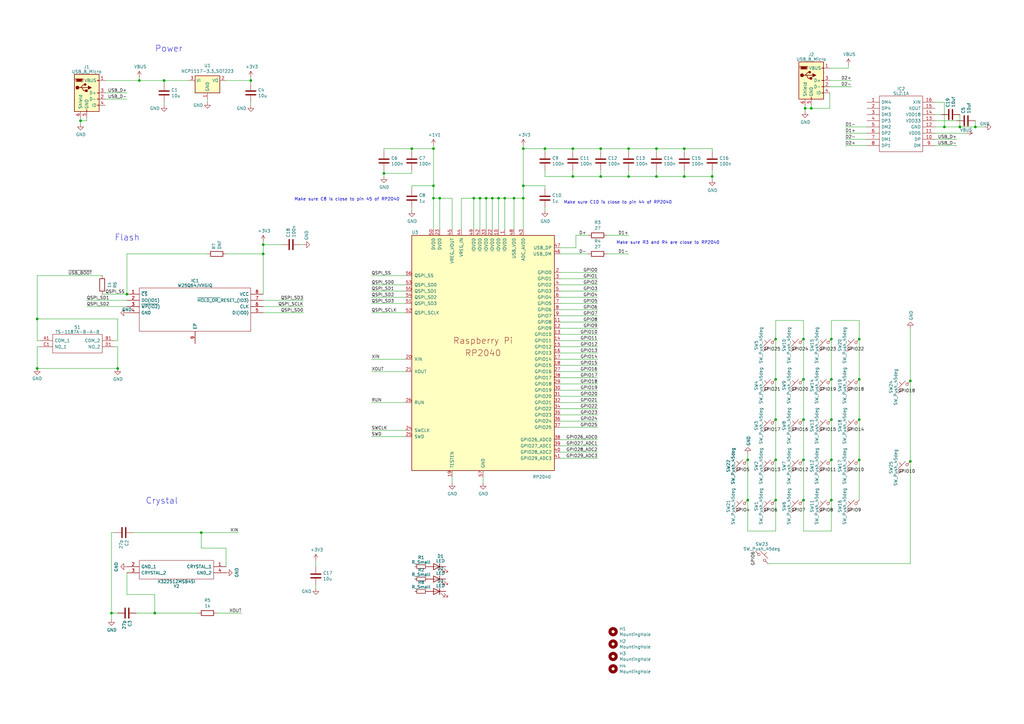
<source format=kicad_sch>
(kicad_sch (version 20230121) (generator eeschema)
  (paper "A3")
  (title_block (title "RP2040 Minimal Design Example") (date "2020-12-18") (rev "REV1") (company "Raspberry Pi (Trading) Ltd"))
  (lib_symbols
    (symbol "Connector:USB_B_Micro" (pin_names (offset 1.016))
      (property "Reference" "J" (at -5.08 11.43 0))
      (property "Value" "USB_B_Micro" (at -5.08 8.89 0))
      (symbol "USB_B_Micro_1_1"
        (pin power_out line (at 7.62 5.08 180) (length 2.54) (name "VBUS") (number "1"))
        (pin bidirectional line (at 7.62 -2.54 180) (length 2.54) (name "D-") (number "2"))
        (pin bidirectional line (at 7.62 0 180) (length 2.54) (name "D+") (number "3"))
        (pin passive line (at 7.62 -5.08 180) (length 2.54) (name "ID") (number "4"))
        (pin power_out line (at 0 -10.16 90) (length 2.54) (name "GND") (number "5"))
        (pin passive line (at -2.54 -10.16 90) (length 2.54) (name "Shield") (number "6"))
      )
    )
    (symbol "Device:C" (pin_numbers hide) (pin_names (offset 0.254))
      (property "Reference" "C" (at 0.635 2.54 0))
      (property "Value" "C" (at 0.635 -2.54 0))
      (symbol "C_1_1"
        (pin passive line (at 0 3.81 270) (length 2.794) (name "~") (number "1"))
        (pin passive line (at 0 -3.81 90) (length 2.794) (name "~") (number "2"))
      )
    )
    (symbol "Device:LED" (pin_numbers hide) (pin_names (offset 1.016) hide)
      (property "Reference" "D" (at 0 2.54 0))
      (property "Value" "LED" (at 0 -2.54 0))
      (symbol "LED_1_1"
        (pin passive line (at -3.81 0 0) (length 2.54) (name "K") (number "1"))
        (pin passive line (at 3.81 0 180) (length 2.54) (name "A") (number "2"))
      )
    )
    (symbol "Device:R" (pin_numbers hide) (pin_names (offset 0))
      (property "Reference" "R" (at 2.032 0 90))
      (property "Value" "R" (at 0 0 90))
      (symbol "R_1_1"
        (pin passive line (at 0 3.81 270) (length 1.27) (name "~") (number "1"))
        (pin passive line (at 0 -3.81 90) (length 1.27) (name "~") (number "2"))
      )
    )
    (symbol "Device:R_Small" (pin_numbers hide) (pin_names (offset 0.254) hide)
      (property "Reference" "R" (at 0.762 0.508 0))
      (property "Value" "R_Small" (at 0.762 -1.016 0))
      (symbol "R_Small_1_1"
        (pin passive line (at 0 2.54 270) (length 0.762) (name "~") (number "1"))
        (pin passive line (at 0 -2.54 90) (length 0.762) (name "~") (number "2"))
      )
    )
    (symbol "MCU_RaspberryPi_RP2040:RP2040" (pin_names (offset 1.016))
      (property "Reference" "U" (at -29.21 49.53 0))
      (property "Value" "RP2040" (at 24.13 -49.53 0))
      (symbol "RP2040_0_0"
        (text "Raspberry Pi" (at 0 5.08 0) (effects (font (size 2.54 2.54))))
        (text "RP2040" (at 0 0 0) (effects (font (size 2.54 2.54))))
      )
      (symbol "RP2040_1_1"
        (pin power_in line (at 8.89 50.8 270) (length 2.54) (name "IOVDD") (number "1"))
        (pin power_in line (at 6.35 50.8 270) (length 2.54) (name "IOVDD") (number "10"))
        (pin bidirectional line (at 31.75 12.7 180) (length 2.54) (name "GPIO8") (number "11"))
        (pin bidirectional line (at 31.75 10.16 180) (length 2.54) (name "GPIO9") (number "12"))
        (pin bidirectional line (at 31.75 7.62 180) (length 2.54) (name "GPIO10") (number "13"))
        (pin bidirectional line (at 31.75 5.08 180) (length 2.54) (name "GPIO11") (number "14"))
        (pin bidirectional line (at 31.75 2.54 180) (length 2.54) (name "GPIO12") (number "15"))
        (pin bidirectional line (at 31.75 0 180) (length 2.54) (name "GPIO13") (number "16"))
        (pin bidirectional line (at 31.75 -2.54 180) (length 2.54) (name "GPIO14") (number "17"))
        (pin bidirectional line (at 31.75 -5.08 180) (length 2.54) (name "GPIO15") (number "18"))
        (pin passive line (at -12.7 -50.8 90) (length 2.54) (name "TESTEN") (number "19"))
        (pin bidirectional line (at 31.75 33.02 180) (length 2.54) (name "GPIO0") (number "2"))
        (pin input line (at -31.75 -2.54 0) (length 2.54) (name "XIN") (number "20"))
        (pin passive line (at -31.75 -7.62 0) (length 2.54) (name "XOUT") (number "21"))
        (pin power_in line (at 3.81 50.8 270) (length 2.54) (name "IOVDD") (number "22"))
        (pin power_in line (at -17.78 50.8 270) (length 2.54) (name "DVDD") (number "23"))
        (pin output line (at -31.75 -31.75 0) (length 2.54) (name "SWCLK") (number "24"))
        (pin bidirectional line (at -31.75 -34.29 0) (length 2.54) (name "SWD") (number "25"))
        (pin input line (at -31.75 -20.32 0) (length 2.54) (name "RUN") (number "26"))
        (pin bidirectional line (at 31.75 -7.62 180) (length 2.54) (name "GPIO16") (number "27"))
        (pin bidirectional line (at 31.75 -10.16 180) (length 2.54) (name "GPIO17") (number "28"))
        (pin bidirectional line (at 31.75 -12.7 180) (length 2.54) (name "GPIO18") (number "29"))
        (pin bidirectional line (at 31.75 30.48 180) (length 2.54) (name "GPIO1") (number "3"))
        (pin bidirectional line (at 31.75 -15.24 180) (length 2.54) (name "GPIO19") (number "30"))
        (pin bidirectional line (at 31.75 -17.78 180) (length 2.54) (name "GPIO20") (number "31"))
        (pin bidirectional line (at 31.75 -20.32 180) (length 2.54) (name "GPIO21") (number "32"))
        (pin power_in line (at 1.27 50.8 270) (length 2.54) (name "IOVDD") (number "33"))
        (pin bidirectional line (at 31.75 -22.86 180) (length 2.54) (name "GPIO22") (number "34"))
        (pin bidirectional line (at 31.75 -25.4 180) (length 2.54) (name "GPIO23") (number "35"))
        (pin bidirectional line (at 31.75 -27.94 180) (length 2.54) (name "GPIO24") (number "36"))
        (pin bidirectional line (at 31.75 -30.48 180) (length 2.54) (name "GPIO25") (number "37"))
        (pin bidirectional line (at 31.75 -35.56 180) (length 2.54) (name "GPIO26_ADC0") (number "38"))
        (pin bidirectional line (at 31.75 -38.1 180) (length 2.54) (name "GPIO27_ADC1") (number "39"))
        (pin bidirectional line (at 31.75 27.94 180) (length 2.54) (name "GPIO2") (number "4"))
        (pin bidirectional line (at 31.75 -40.64 180) (length 2.54) (name "GPIO28_ADC2") (number "40"))
        (pin bidirectional line (at 31.75 -43.18 180) (length 2.54) (name "GPIO29_ADC3") (number "41"))
        (pin power_in line (at -1.27 50.8 270) (length 2.54) (name "IOVDD") (number "42"))
        (pin power_in line (at 16.51 50.8 270) (length 2.54) (name "ADC_AVDD") (number "43"))
        (pin power_in line (at -8.89 50.8 270) (length 2.54) (name "VREG_IN") (number "44"))
        (pin power_out line (at -12.7 50.8 270) (length 2.54) (name "VREG_VOUT") (number "45"))
        (pin bidirectional line (at 31.75 40.64 180) (length 2.54) (name "USB_DM") (number "46"))
        (pin bidirectional line (at 31.75 43.18 180) (length 2.54) (name "USB_DP") (number "47"))
        (pin power_in line (at 12.7 50.8 270) (length 2.54) (name "USB_VDD") (number "48"))
        (pin power_in line (at -3.81 50.8 270) (length 2.54) (name "IOVDD") (number "49"))
        (pin bidirectional line (at 31.75 25.4 180) (length 2.54) (name "GPIO3") (number "5"))
        (pin power_in line (at -20.32 50.8 270) (length 2.54) (name "DVDD") (number "50"))
        (pin bidirectional line (at -31.75 20.32 0) (length 2.54) (name "QSPI_SD3") (number "51"))
        (pin output line (at -31.75 16.51 0) (length 2.54) (name "QSPI_SCLK") (number "52"))
        (pin bidirectional line (at -31.75 27.94 0) (length 2.54) (name "QSPI_SD0") (number "53"))
        (pin bidirectional line (at -31.75 22.86 0) (length 2.54) (name "QSPI_SD2") (number "54"))
        (pin bidirectional line (at -31.75 25.4 0) (length 2.54) (name "QSPI_SD1") (number "55"))
        (pin bidirectional line (at -31.75 31.75 0) (length 2.54) (name "QSPI_SS") (number "56"))
        (pin power_in line (at 0 -50.8 90) (length 2.54) (name "GND") (number "57"))
        (pin bidirectional line (at 31.75 22.86 180) (length 2.54) (name "GPIO4") (number "6"))
        (pin bidirectional line (at 31.75 20.32 180) (length 2.54) (name "GPIO5") (number "7"))
        (pin bidirectional line (at 31.75 17.78 180) (length 2.54) (name "GPIO6") (number "8"))
        (pin bidirectional line (at 31.75 15.24 180) (length 2.54) (name "GPIO7") (number "9"))
      )
    )
    (symbol "Mechanical:MountingHole" (pin_names (offset 1.016))
      (property "Reference" "H" (at 0 5.08 0))
      (property "Value" "MountingHole" (at 0 3.175 0))
    )
    (symbol "Regulator_Linear:NCP1117-3.3_SOT223"
      (property "Reference" "U" (at -3.81 3.175 0))
      (property "Value" "NCP1117-3.3_SOT223" (at 0 3.175 0))
      (symbol "NCP1117-3.3_SOT223_1_1"
        (pin power_in line (at 0 -7.62 90) (length 2.54) (name "GND") (number "1"))
        (pin power_out line (at 7.62 0 180) (length 2.54) (name "VO") (number "2"))
        (pin power_in line (at -7.62 0 0) (length 2.54) (name "VI") (number "3"))
      )
    )
    (symbol "SamacSys_Parts:SL2.1A" (pin_names (offset 0.762))
      (property "Reference" "IC" (at 24.13 7.62 0))
      (property "Value" "SL2.1A" (at 24.13 5.08 0))
      (symbol "SL2.1A_0_0"
        (pin passive line (at 0 0 0) (length 5.08) (name "DM4") (number "1"))
        (pin passive line (at 27.94 -15.24 180) (length 5.08) (name "DP") (number "10"))
        (pin passive line (at 27.94 -12.7 180) (length 5.08) (name "VDD5") (number "11"))
        (pin passive line (at 27.94 -10.16 180) (length 5.08) (name "GND") (number "12"))
        (pin passive line (at 27.94 -7.62 180) (length 5.08) (name "VDD33") (number "13"))
        (pin passive line (at 27.94 -5.08 180) (length 5.08) (name "VDD18") (number "14"))
        (pin passive line (at 27.94 -2.54 180) (length 5.08) (name "XOUT") (number "15"))
        (pin passive line (at 27.94 0 180) (length 5.08) (name "XIN") (number "16"))
        (pin passive line (at 0 -2.54 0) (length 5.08) (name "DP4") (number "2"))
        (pin passive line (at 0 -5.08 0) (length 5.08) (name "DM3") (number "3"))
        (pin passive line (at 0 -7.62 0) (length 5.08) (name "DP3") (number "4"))
        (pin passive line (at 0 -10.16 0) (length 5.08) (name "DM2") (number "5"))
        (pin passive line (at 0 -12.7 0) (length 5.08) (name "DP2") (number "6"))
        (pin passive line (at 0 -15.24 0) (length 5.08) (name "DM1") (number "7"))
        (pin passive line (at 0 -17.78 0) (length 5.08) (name "DP1") (number "8"))
        (pin passive line (at 27.94 -17.78 180) (length 5.08) (name "DM") (number "9"))
      )
    )
    (symbol "SamacSys_Parts:TS-1187A-B-A-B" (pin_names (offset 0.762))
      (property "Reference" "S" (at 26.67 7.62 0))
      (property "Value" "TS-1187A-B-A-B" (at 26.67 5.08 0))
      (symbol "TS-1187A-B-A-B_0_0"
        (pin passive line (at 0 0 0) (length 5.08) (name "COM_1") (number "A1"))
        (pin passive line (at 30.48 0 180) (length 5.08) (name "COM_2") (number "B1"))
        (pin passive line (at 0 -2.54 0) (length 5.08) (name "NO_1") (number "C1"))
        (pin passive line (at 30.48 -2.54 180) (length 5.08) (name "NO_2") (number "D1"))
      )
    )
    (symbol "SamacSys_Parts:W25Q64JVXGIQ" (pin_names (offset 0.762))
      (property "Reference" "IC" (at 52.07 7.62 0))
      (property "Value" "W25Q64JVXGIQ" (at 52.07 5.08 0))
      (symbol "W25Q64JVXGIQ_0_0"
        (pin passive line (at 0 0 0) (length 5.08) (name "~{CS}") (number "1"))
        (pin passive line (at 0 -2.54 0) (length 5.08) (name "DO(IO1)") (number "2"))
        (pin passive line (at 0 -5.08 0) (length 5.08) (name "~{WP(IO2})") (number "3"))
        (pin passive line (at 0 -7.62 0) (length 5.08) (name "GND") (number "4"))
        (pin passive line (at 55.88 -7.62 180) (length 5.08) (name "DI(IO0)") (number "5"))
        (pin passive line (at 55.88 -5.08 180) (length 5.08) (name "CLK") (number "6"))
        (pin passive line (at 55.88 -2.54 180) (length 5.08) (name "~{HOLD_OR_}RESET_(IO3)") (number "7"))
        (pin passive line (at 55.88 0 180) (length 5.08) (name "VCC") (number "8"))
        (pin passive line (at 27.94 -20.32 90) (length 5.08) (name "EP") (number "9"))
      )
    )
    (symbol "SamacSys_Parts:X322512MSB4SI" (pin_names (offset 0.762))
      (property "Reference" "Y" (at 36.83 7.62 0))
      (property "Value" "X322512MSB4SI" (at 36.83 5.08 0))
      (symbol "X322512MSB4SI_0_0"
        (pin passive line (at 0 -2.54 0) (length 5.08) (name "CRYSTAL_1") (number "1"))
        (pin passive line (at 40.64 -2.54 180) (length 5.08) (name "GND_1") (number "2"))
        (pin passive line (at 40.64 0 180) (length 5.08) (name "CRYSTAL_2") (number "3"))
        (pin passive line (at 0 0 0) (length 5.08) (name "GND_2") (number "4"))
      )
    )
    (symbol "Switch:SW_Push_45deg" (pin_numbers hide) (pin_names (offset 1.016) hide)
      (property "Reference" "SW" (at 3.048 1.016 0))
      (property "Value" "SW_Push_45deg" (at 0 -3.81 0))
      (symbol "SW_Push_45deg_0_1"
        (pin passive line (at -2.54 2.54 0) (length 0) (name "1") (number "1"))
        (pin passive line (at 2.54 -2.54 180) (length 0) (name "2") (number "2"))
      )
    )
    (symbol "power:+1V1" (power) (pin_names (offset 0))
      (property "Value" "+1V1" (at 0 3.556 0))
      (symbol "+1V1_1_1"
        (pin power_in line (at 0 0 90) (length 0) hide (name "+1V1") (number "1"))
      )
    )
    (symbol "power:+3V3" (power) (pin_names (offset 0))
      (property "Value" "+3V3" (at 0 3.556 0))
      (symbol "+3V3_1_1"
        (pin power_in line (at 0 0 90) (length 0) hide (name "+3V3") (number "1"))
      )
    )
    (symbol "power:GND" (power) (pin_names (offset 0))
      (property "Value" "GND" (at 0 -3.81 0))
      (symbol "GND_1_1"
        (pin power_in line (at 0 0 270) (length 0) hide (name "GND") (number "1"))
      )
    )
    (symbol "power:VBUS" (power) (pin_names (offset 0))
      (property "Value" "VBUS" (at 0 3.81 0))
      (symbol "VBUS_1_1"
        (pin power_in line (at 0 0 90) (length 0) hide (name "VBUS") (number "1"))
      )
    )
  )
  (junction (at 306.705 188.595))
  (junction (at 168.91 60.96))
  (junction (at 318.135 139.065))
  (junction (at 340.995 155.575))
  (junction (at 306.705 205.105))
  (junction (at 318.135 205.105))
  (junction (at 352.425 155.575))
  (junction (at 107.95 100.33))
  (junction (at 57.15 33.02))
  (junction (at 340.995 172.085))
  (junction (at 177.8 60.96))
  (junction (at 157.48 71.12))
  (junction (at 177.8 81.28))
  (junction (at 329.565 205.105))
  (junction (at 330.2 44.45))
  (junction (at 329.565 188.595))
  (junction (at 329.565 172.085))
  (junction (at 177.8 76.2))
  (junction (at 373.38 189.23))
  (junction (at 318.135 172.085))
  (junction (at 196.85 81.28))
  (junction (at 292.1 72.39))
  (junction (at 204.47 81.28))
  (junction (at 82.55 218.44))
  (junction (at 207.01 81.28))
  (junction (at 393.7 52.07))
  (junction (at 107.95 104.14))
  (junction (at 318.135 155.575))
  (junction (at 194.31 81.28))
  (junction (at 201.93 81.28))
  (junction (at 223.52 60.96))
  (junction (at 48.26 151.13))
  (junction (at 199.39 81.28))
  (junction (at 180.34 81.28))
  (junction (at 257.81 72.39))
  (junction (at 352.425 188.595))
  (junction (at 15.24 151.13))
  (junction (at 15.24 130.81))
  (junction (at 234.95 72.39))
  (junction (at 269.24 72.39))
  (junction (at 45.72 251.46))
  (junction (at 269.24 60.96))
  (junction (at 210.82 81.28))
  (junction (at 214.63 60.96))
  (junction (at 329.565 139.065))
  (junction (at 67.31 33.02))
  (junction (at 52.07 120.65))
  (junction (at 102.87 33.02))
  (junction (at 332.74 44.45))
  (junction (at 280.67 60.96))
  (junction (at 340.995 188.595))
  (junction (at 246.38 60.96))
  (junction (at 373.38 156.21))
  (junction (at 318.135 188.595))
  (junction (at 33.02 49.53))
  (junction (at 63.5 251.46))
  (junction (at 352.425 172.085))
  (junction (at 234.95 60.96))
  (junction (at 340.995 139.065))
  (junction (at 352.425 139.065))
  (junction (at 400.05 52.07))
  (junction (at 329.565 155.575))
  (junction (at 280.67 72.39))
  (junction (at 387.35 52.07))
  (junction (at 214.63 81.28))
  (junction (at 340.995 205.105))
  (junction (at 257.81 60.96))
  (junction (at 214.63 76.2))
  (junction (at 246.38 72.39))
  (wire (pts (xy 107.95 100.33) (xy 115.57 100.33)))
  (wire (pts (xy 318.135 188.595) (xy 318.135 172.085)))
  (wire (pts (xy 63.5 243.84) (xy 63.5 251.46)))
  (wire (pts (xy 229.87 129.54) (xy 245.11 129.54)))
  (wire (pts (xy 214.63 59.69) (xy 214.63 60.96)))
  (wire (pts (xy 229.87 182.88) (xy 245.11 182.88)))
  (wire (pts (xy 77.47 33.02) (xy 67.31 33.02)))
  (wire (pts (xy 229.87 142.24) (xy 245.11 142.24)))
  (wire (pts (xy 280.67 60.96) (xy 292.1 60.96)))
  (wire (pts (xy 332.74 44.45) (xy 332.74 43.18)))
  (wire (pts (xy 214.63 81.28) (xy 214.63 93.98)))
  (wire (pts (xy 52.07 243.84) (xy 63.5 243.84)))
  (wire (pts (xy 168.91 76.2) (xy 177.8 76.2)))
  (wire (pts (xy 340.36 35.56) (xy 349.25 35.56)))
  (wire (pts (xy 393.7 52.07) (xy 387.35 52.07)))
  (wire (pts (xy 92.71 232.41) (xy 92.71 224.79)))
  (wire (pts (xy 229.87 185.42) (xy 245.11 185.42)))
  (wire (pts (xy 246.38 62.23) (xy 246.38 60.96)))
  (wire (pts (xy 292.1 69.85) (xy 292.1 72.39)))
  (wire (pts (xy 246.38 60.96) (xy 257.81 60.96)))
  (wire (pts (xy 383.54 41.91) (xy 387.35 41.91)))
  (wire (pts (xy 45.72 218.44) (xy 46.99 218.44)))
  (wire (pts (xy 57.15 33.02) (xy 67.31 33.02)))
  (wire (pts (xy 257.81 69.85) (xy 257.81 72.39)))
  (wire (pts (xy 292.1 62.23) (xy 292.1 60.96)))
  (wire (pts (xy 229.87 160.02) (xy 245.11 160.02)))
  (wire (pts (xy 229.87 121.92) (xy 245.11 121.92)))
  (wire (pts (xy 387.35 41.91) (xy 387.35 52.07)))
  (wire (pts (xy 229.87 165.1) (xy 245.11 165.1)))
  (wire (pts (xy 85.09 40.64) (xy 85.09 41.91)))
  (wire (pts (xy 234.95 62.23) (xy 234.95 60.96)))
  (wire (pts (xy 329.565 217.805) (xy 340.995 217.805)))
  (wire (pts (xy 229.87 170.18) (xy 245.11 170.18)))
  (wire (pts (xy 246.38 69.85) (xy 246.38 72.39)))
  (wire (pts (xy 403.86 52.07) (xy 400.05 52.07)))
  (wire (pts (xy 329.565 155.575) (xy 329.565 172.085)))
  (wire (pts (xy 236.22 96.52) (xy 236.22 101.6)))
  (wire (pts (xy 107.95 99.06) (xy 107.95 100.33)))
  (wire (pts (xy 234.95 60.96) (xy 246.38 60.96)))
  (wire (pts (xy 166.37 165.1) (xy 152.4 165.1)))
  (wire (pts (xy 152.4 116.84) (xy 166.37 116.84)))
  (wire (pts (xy 373.38 156.21) (xy 373.38 189.23)))
  (wire (pts (xy 396.24 54.61) (xy 383.54 54.61)))
  (wire (pts (xy 229.87 104.14) (xy 241.3 104.14)))
  (wire (pts (xy 214.63 60.96) (xy 223.52 60.96)))
  (wire (pts (xy 214.63 76.2) (xy 214.63 81.28)))
  (wire (pts (xy 48.26 142.24) (xy 46.99 142.24)))
  (wire (pts (xy 248.92 96.52) (xy 257.81 96.52)))
  (wire (pts (xy 198.12 195.58) (xy 198.12 198.12)))
  (wire (pts (xy 196.85 81.28) (xy 199.39 81.28)))
  (wire (pts (xy 400.05 52.07) (xy 393.7 52.07)))
  (wire (pts (xy 194.31 93.98) (xy 194.31 81.28)))
  (wire (pts (xy 318.135 139.065) (xy 318.135 131.445)))
  (wire (pts (xy 229.87 144.78) (xy 245.11 144.78)))
  (wire (pts (xy 329.565 188.595) (xy 329.565 205.105)))
  (wire (pts (xy 229.87 114.3) (xy 245.11 114.3)))
  (wire (pts (xy 214.63 60.96) (xy 214.63 76.2)))
  (wire (pts (xy 352.425 172.085) (xy 352.425 155.575)))
  (wire (pts (xy 223.52 77.47) (xy 223.52 76.2)))
  (wire (pts (xy 229.87 101.6) (xy 236.22 101.6)))
  (wire (pts (xy 329.565 139.065) (xy 329.565 155.575)))
  (wire (pts (xy 236.22 96.52) (xy 241.3 96.52)))
  (wire (pts (xy 223.52 69.85) (xy 223.52 72.39)))
  (wire (pts (xy 306.705 186.055) (xy 306.705 188.595)))
  (wire (pts (xy 166.37 179.07) (xy 152.4 179.07)))
  (wire (pts (xy 15.24 113.03) (xy 15.24 130.81)))
  (wire (pts (xy 386.08 46.99) (xy 383.54 46.99)))
  (wire (pts (xy 57.15 31.75) (xy 57.15 33.02)))
  (wire (pts (xy 383.54 57.15) (xy 392.43 57.15)))
  (wire (pts (xy 45.72 218.44) (xy 45.72 251.46)))
  (wire (pts (xy 355.6 54.61) (xy 346.71 54.61)))
  (wire (pts (xy 166.37 128.27) (xy 152.4 128.27)))
  (wire (pts (xy 383.54 59.69) (xy 392.43 59.69)))
  (wire (pts (xy 92.71 224.79) (xy 82.55 224.79)))
  (wire (pts (xy 52.07 120.65) (xy 52.07 104.14)))
  (wire (pts (xy 180.34 93.98) (xy 180.34 81.28)))
  (wire (pts (xy 340.995 155.575) (xy 340.995 139.065)))
  (wire (pts (xy 168.91 85.09) (xy 168.91 86.36)))
  (wire (pts (xy 157.48 60.96) (xy 168.91 60.96)))
  (wire (pts (xy 234.95 69.85) (xy 234.95 72.39)))
  (wire (pts (xy 340.995 205.105) (xy 340.995 188.595)))
  (wire (pts (xy 318.135 205.105) (xy 318.135 217.805)))
  (wire (pts (xy 210.82 81.28) (xy 214.63 81.28)))
  (wire (pts (xy 292.1 72.39) (xy 292.1 73.66)))
  (wire (pts (xy 16.51 142.24) (xy 15.24 142.24)))
  (wire (pts (xy 393.7 46.99) (xy 393.7 52.07)))
  (wire (pts (xy 280.67 72.39) (xy 292.1 72.39)))
  (wire (pts (xy 157.48 71.12) (xy 168.91 71.12)))
  (wire (pts (xy 269.24 60.96) (xy 280.67 60.96)))
  (wire (pts (xy 329.565 131.445) (xy 329.565 139.065)))
  (wire (pts (xy 229.87 180.34) (xy 245.11 180.34)))
  (wire (pts (xy 234.95 72.39) (xy 223.52 72.39)))
  (wire (pts (xy 189.23 93.98) (xy 189.23 81.28)))
  (wire (pts (xy 157.48 62.23) (xy 157.48 60.96)))
  (wire (pts (xy 152.4 147.32) (xy 166.37 147.32)))
  (wire (pts (xy 123.19 100.33) (xy 124.46 100.33)))
  (wire (pts (xy 102.87 34.29) (xy 102.87 33.02)))
  (wire (pts (xy 214.63 76.2) (xy 223.52 76.2)))
  (wire (pts (xy 330.2 44.45) (xy 330.2 45.72)))
  (wire (pts (xy 280.67 62.23) (xy 280.67 60.96)))
  (wire (pts (xy 67.31 41.91) (xy 67.31 43.18)))
  (wire (pts (xy 223.52 60.96) (xy 234.95 60.96)))
  (wire (pts (xy 33.02 49.53) (xy 33.02 50.8)))
  (wire (pts (xy 248.92 104.14) (xy 257.81 104.14)))
  (wire (pts (xy 152.4 119.38) (xy 166.37 119.38)))
  (wire (pts (xy 355.6 59.69) (xy 346.71 59.69)))
  (wire (pts (xy 102.87 41.91) (xy 102.87 43.18)))
  (wire (pts (xy 204.47 81.28) (xy 207.01 81.28)))
  (wire (pts (xy 33.02 48.26) (xy 33.02 49.53)))
  (wire (pts (xy 269.24 69.85) (xy 269.24 72.39)))
  (wire (pts (xy 48.26 130.81) (xy 48.26 139.7)))
  (wire (pts (xy 355.6 57.15) (xy 346.71 57.15)))
  (wire (pts (xy 387.35 52.07) (xy 383.54 52.07)))
  (wire (pts (xy 318.135 172.085) (xy 318.135 155.575)))
  (wire (pts (xy 166.37 152.4) (xy 152.4 152.4)))
  (wire (pts (xy 229.87 157.48) (xy 245.11 157.48)))
  (wire (pts (xy 48.26 251.46) (xy 45.72 251.46)))
  (wire (pts (xy 177.8 59.69) (xy 177.8 60.96)))
  (wire (pts (xy 306.705 205.105) (xy 306.705 217.805)))
  (wire (pts (xy 269.24 62.23) (xy 269.24 60.96)))
  (wire (pts (xy 229.87 149.86) (xy 245.11 149.86)))
  (wire (pts (xy 88.9 251.46) (xy 99.06 251.46)))
  (wire (pts (xy 15.24 113.03) (xy 41.91 113.03)))
  (wire (pts (xy 152.4 121.92) (xy 166.37 121.92)))
  (wire (pts (xy 257.81 60.96) (xy 269.24 60.96)))
  (wire (pts (xy 223.52 85.09) (xy 223.52 86.36)))
  (wire (pts (xy 318.135 155.575) (xy 318.135 139.065)))
  (wire (pts (xy 15.24 130.81) (xy 48.26 130.81)))
  (wire (pts (xy 340.995 139.065) (xy 340.995 131.445)))
  (wire (pts (xy 340.995 188.595) (xy 340.995 172.085)))
  (wire (pts (xy 43.18 40.64) (xy 52.07 40.64)))
  (wire (pts (xy 229.87 139.7) (xy 245.11 139.7)))
  (wire (pts (xy 52.07 234.95) (xy 52.07 243.84)))
  (wire (pts (xy 35.56 48.26) (xy 35.56 49.53)))
  (wire (pts (xy 107.95 100.33) (xy 107.95 104.14)))
  (wire (pts (xy 229.87 152.4) (xy 245.11 152.4)))
  (wire (pts (xy 400.05 49.53) (xy 400.05 52.07)))
  (wire (pts (xy 92.71 33.02) (xy 102.87 33.02)))
  (wire (pts (xy 329.565 172.085) (xy 329.565 188.595)))
  (wire (pts (xy 199.39 81.28) (xy 201.93 81.28)))
  (wire (pts (xy 355.6 52.07) (xy 346.71 52.07)))
  (wire (pts (xy 229.87 172.72) (xy 245.11 172.72)))
  (wire (pts (xy 67.31 34.29) (xy 67.31 33.02)))
  (wire (pts (xy 45.72 251.46) (xy 45.72 254)))
  (wire (pts (xy 257.81 62.23) (xy 257.81 60.96)))
  (wire (pts (xy 257.81 72.39) (xy 246.38 72.39)))
  (wire (pts (xy 330.2 43.18) (xy 330.2 44.45)))
  (wire (pts (xy 107.95 125.73) (xy 124.46 125.73)))
  (wire (pts (xy 35.56 123.19) (xy 52.07 123.19)))
  (wire (pts (xy 166.37 113.03) (xy 152.4 113.03)))
  (wire (pts (xy 43.18 38.1) (xy 52.07 38.1)))
  (wire (pts (xy 177.8 60.96) (xy 177.8 76.2)))
  (wire (pts (xy 229.87 119.38) (xy 245.11 119.38)))
  (wire (pts (xy 35.56 49.53) (xy 33.02 49.53)))
  (wire (pts (xy 229.87 154.94) (xy 245.11 154.94)))
  (wire (pts (xy 246.38 72.39) (xy 234.95 72.39)))
  (wire (pts (xy 48.26 142.24) (xy 48.26 151.13)))
  (wire (pts (xy 15.24 130.81) (xy 15.24 139.7)))
  (wire (pts (xy 229.87 147.32) (xy 245.11 147.32)))
  (wire (pts (xy 318.135 205.105) (xy 318.135 188.595)))
  (wire (pts (xy 177.8 76.2) (xy 177.8 81.28)))
  (wire (pts (xy 129.54 229.87) (xy 129.54 232.41)))
  (wire (pts (xy 340.995 131.445) (xy 352.425 131.445)))
  (wire (pts (xy 207.01 81.28) (xy 207.01 93.98)))
  (wire (pts (xy 269.24 72.39) (xy 257.81 72.39)))
  (wire (pts (xy 92.71 104.14) (xy 107.95 104.14)))
  (wire (pts (xy 373.38 134.62) (xy 373.38 156.21)))
  (wire (pts (xy 340.36 33.02) (xy 349.25 33.02)))
  (wire (pts (xy 166.37 176.53) (xy 152.4 176.53)))
  (wire (pts (xy 152.4 124.46) (xy 166.37 124.46)))
  (wire (pts (xy 129.54 240.03) (xy 129.54 241.3)))
  (wire (pts (xy 41.91 120.65) (xy 52.07 120.65)))
  (wire (pts (xy 54.61 218.44) (xy 82.55 218.44)))
  (wire (pts (xy 180.34 81.28) (xy 177.8 81.28)))
  (wire (pts (xy 157.48 69.85) (xy 157.48 71.12)))
  (wire (pts (xy 229.87 137.16) (xy 245.11 137.16)))
  (wire (pts (xy 373.38 189.23) (xy 373.38 231.14)))
  (wire (pts (xy 168.91 60.96) (xy 177.8 60.96)))
  (wire (pts (xy 196.85 93.98) (xy 196.85 81.28)))
  (wire (pts (xy 229.87 167.64) (xy 245.11 167.64)))
  (wire (pts (xy 168.91 77.47) (xy 168.91 76.2)))
  (wire (pts (xy 15.24 139.7) (xy 16.51 139.7)))
  (wire (pts (xy 102.87 33.02) (xy 102.87 31.75)))
  (wire (pts (xy 52.07 104.14) (xy 85.09 104.14)))
  (wire (pts (xy 168.91 71.12) (xy 168.91 69.85)))
  (wire (pts (xy 157.48 71.12) (xy 157.48 72.39)))
  (wire (pts (xy 280.67 72.39) (xy 269.24 72.39)))
  (wire (pts (xy 352.425 131.445) (xy 352.425 139.065)))
  (wire (pts (xy 185.42 81.28) (xy 180.34 81.28)))
  (wire (pts (xy 352.425 155.575) (xy 352.425 139.065)))
  (wire (pts (xy 229.87 134.62) (xy 245.11 134.62)))
  (wire (pts (xy 229.87 116.84) (xy 245.11 116.84)))
  (wire (pts (xy 82.55 218.44) (xy 97.79 218.44)))
  (wire (pts (xy 229.87 162.56) (xy 245.11 162.56)))
  (wire (pts (xy 199.39 93.98) (xy 199.39 81.28)))
  (wire (pts (xy 229.87 127) (xy 245.11 127)))
  (wire (pts (xy 340.995 172.085) (xy 340.995 155.575)))
  (wire (pts (xy 15.24 151.13) (xy 48.26 151.13)))
  (wire (pts (xy 189.23 81.28) (xy 194.31 81.28)))
  (wire (pts (xy 107.95 123.19) (xy 124.46 123.19)))
  (wire (pts (xy 185.42 93.98) (xy 185.42 81.28)))
  (wire (pts (xy 48.26 139.7) (xy 46.99 139.7)))
  (wire (pts (xy 229.87 124.46) (xy 245.11 124.46)))
  (wire (pts (xy 332.74 44.45) (xy 330.2 44.45)))
  (wire (pts (xy 352.425 188.595) (xy 352.425 172.085)))
  (wire (pts (xy 392.43 49.53) (xy 383.54 49.53)))
  (wire (pts (xy 223.52 62.23) (xy 223.52 60.96)))
  (wire (pts (xy 177.8 81.28) (xy 177.8 93.98)))
  (wire (pts (xy 340.36 44.45) (xy 340.36 38.1)))
  (wire (pts (xy 107.95 104.14) (xy 107.95 120.65)))
  (wire (pts (xy 204.47 93.98) (xy 204.47 81.28)))
  (wire (pts (xy 340.995 217.805) (xy 340.995 205.105)))
  (wire (pts (xy 329.565 205.105) (xy 329.565 217.805)))
  (wire (pts (xy 63.5 251.46) (xy 81.28 251.46)))
  (wire (pts (xy 55.88 251.46) (xy 63.5 251.46)))
  (wire (pts (xy 201.93 93.98) (xy 201.93 81.28)))
  (wire (pts (xy 229.87 132.08) (xy 245.11 132.08)))
  (wire (pts (xy 43.18 33.02) (xy 57.15 33.02)))
  (wire (pts (xy 201.93 81.28) (xy 204.47 81.28)))
  (wire (pts (xy 15.24 142.24) (xy 15.24 151.13)))
  (wire (pts (xy 306.705 217.805) (xy 318.135 217.805)))
  (wire (pts (xy 347.98 26.67) (xy 347.98 27.94)))
  (wire (pts (xy 306.705 205.105) (xy 306.705 188.595)))
  (wire (pts (xy 229.87 111.76) (xy 245.11 111.76)))
  (wire (pts (xy 82.55 218.44) (xy 82.55 224.79)))
  (wire (pts (xy 185.42 195.58) (xy 185.42 198.12)))
  (wire (pts (xy 229.87 175.26) (xy 245.11 175.26)))
  (wire (pts (xy 280.67 69.85) (xy 280.67 72.39)))
  (wire (pts (xy 52.07 125.73) (xy 35.56 125.73)))
  (wire (pts (xy 207.01 81.28) (xy 210.82 81.28)))
  (wire (pts (xy 318.135 131.445) (xy 329.565 131.445)))
  (wire (pts (xy 168.91 62.23) (xy 168.91 60.96)))
  (wire (pts (xy 352.425 205.105) (xy 352.425 188.595)))
  (wire (pts (xy 332.74 44.45) (xy 340.36 44.45)))
  (wire (pts (xy 340.36 27.94) (xy 347.98 27.94)))
  (wire (pts (xy 210.82 93.98) (xy 210.82 81.28)))
  (wire (pts (xy 314.96 231.14) (xy 373.38 231.14)))
  (wire (pts (xy 107.95 128.27) (xy 124.46 128.27)))
  (wire (pts (xy 229.87 187.96) (xy 245.11 187.96)))
  (wire (pts (xy 194.31 81.28) (xy 196.85 81.28)))
  (text "Make sure C10 is close to pin 44 of RP2040" (at 231.14 83.82 0) (effects (font (size 1.27 1.27)) (justify left bottom)))
  (text "Power" (at 63.5 21.59 0) (effects (font (size 2.54 2.54)) (justify left bottom)))
  (text "Crystal" (at 59.69 207.01 0) (effects (font (size 2.54 2.54)) (justify left bottom)))
  (text "Make sure R3 and R4 are close to RP2040" (at 252.73 100.33 0) (effects (font (size 1.27 1.27)) (justify left bottom)))
  (text "Make sure C8 is close to pin 45 of RP2040" (at 120.65 82.55 0) (effects (font (size 1.27 1.27)) (justify left bottom)))
  (text "Flash" (at 46.99 99.06 0) (effects (font (size 2.54 2.54)) (justify left bottom)))
  (label "GPIO11" (at 245.11 139.7 180))
  (label "D1+" (at 257.81 96.52 180))
  (label "GPIO12" (at 245.11 142.24 180))
  (label "GPIO20" (at 245.11 162.56 180))
  (label "GPIO8" (at 245.11 132.08 180))
  (label "D2-" (at 346.71 57.15 0))
  (label "GPIO11" (at 335.915 193.675 0))
  (label "GPIO24" (at 324.485 144.145 0))
  (label "GPIO6" (at 313.055 210.185 0))
  (label "GPIO19" (at 335.915 160.655 0))
  (label "~{USB_BOOT}" (at 27.94 113.03 0))
  (label "D1+" (at 346.71 54.61 0))
  (label "GPIO7" (at 245.11 129.54 180))
  (label "QSPI_SD3" (at 124.46 123.19 180))
  (label "GPIO16" (at 245.11 152.4 180))
  (label "QSPI_SS" (at 43.18 120.65 0))
  (label "GPIO6" (at 309.88 226.06 270))
  (label "USB_D-" (at 52.07 40.64 180))
  (label "GPIO4" (at 245.11 121.92 180))
  (label "GPIO18" (at 368.3 161.29 0))
  (label "D1-" (at 346.71 52.07 0))
  (label "GPIO8" (at 335.915 210.185 0))
  (label "USB_D+" (at 52.07 38.1 180))
  (label "USB_D-" (at 392.43 59.69 180))
  (label "GPIO9" (at 347.345 210.185 0))
  (label "GPIO14" (at 347.345 177.165 0))
  (label "GPIO5" (at 245.11 124.46 180))
  (label "GPIO10" (at 245.11 137.16 180))
  (label "GPIO17" (at 245.11 154.94 180))
  (label "GPIO24" (at 245.11 172.72 180))
  (label "QSPI_SCLK" (at 124.46 125.73 180))
  (label "GPIO12" (at 324.485 193.675 0))
  (label "GPIO26_ADC0" (at 245.11 180.34 180))
  (label "GPIO9" (at 245.11 134.62 180))
  (label "GPIO20" (at 324.485 160.655 0))
  (label "GPIO16" (at 324.485 177.165 0))
  (label "GPIO25" (at 245.11 175.26 180))
  (label "GPIO14" (at 245.11 147.32 180))
  (label "GPIO21" (at 313.055 160.655 0))
  (label "GPIO21" (at 245.11 165.1 180))
  (label "D-" (at 237.49 104.14 0))
  (label "D1-" (at 257.81 104.14 180))
  (label "GPIO28_ADC2" (at 245.11 185.42 180))
  (label "SWCLK" (at 152.4 176.53 0))
  (label "D+" (at 237.49 96.52 0))
  (label "GPIO17" (at 313.055 177.165 0))
  (label "D2-" (at 349.25 35.56 180))
  (label "USB_D+" (at 392.43 57.15 180))
  (label "GPIO22" (at 347.345 144.145 0))
  (label "GPIO27_ADC1" (at 245.11 182.88 180))
  (label "QSPI_SD2" (at 152.4 121.92 0))
  (label "QSPI_SD2" (at 35.56 125.73 0))
  (label "GPIO10" (at 368.3 194.31 0))
  (label "SWD" (at 152.4 179.07 0))
  (label "GPIO13" (at 313.055 193.675 0))
  (label "XIN" (at 97.79 218.44 180))
  (label "GPIO7" (at 324.485 210.185 0))
  (label "D2+" (at 346.71 59.69 0))
  (label "GPIO18" (at 245.11 157.48 180))
  (label "QSPI_SS" (at 152.4 113.03 0))
  (label "XIN" (at 152.4 147.32 0))
  (label "GPIO15" (at 335.915 177.165 0))
  (label "GPIO18" (at 347.345 160.655 0))
  (label "GPIO5" (at 301.625 193.675 0))
  (label "GPIO0" (at 245.11 111.76 180))
  (label "GPIO1" (at 245.11 114.3 180))
  (label "D2+" (at 349.25 33.02 180))
  (label "RUN" (at 152.4 165.1 0))
  (label "GPIO4" (at 301.625 210.185 0))
  (label "GPIO13" (at 245.11 144.78 180))
  (label "GPIO2" (at 245.11 116.84 180))
  (label "QSPI_SCLK" (at 152.4 128.27 0))
  (label "QSPI_SD0" (at 124.46 128.27 180))
  (label "XOUT" (at 99.06 251.46 180))
  (label "QSPI_SD1" (at 35.56 123.19 0))
  (label "QSPI_SD1" (at 152.4 119.38 0))
  (label "GPIO22" (at 245.11 167.64 180))
  (label "GPIO10" (at 347.345 193.675 0))
  (label "GPIO25" (at 313.055 144.145 0))
  (label "GPIO23" (at 335.915 144.145 0))
  (label "GPIO19" (at 245.11 160.02 180))
  (label "XOUT" (at 152.4 152.4 0))
  (label "GPIO29_ADC3" (at 245.11 187.96 180))
  (label "GPIO6" (at 245.11 127 180))
  (label "GPIO23" (at 245.11 170.18 180))
  (label "QSPI_SD3" (at 152.4 124.46 0))
  (label "GPIO15" (at 245.11 149.86 180))
  (label "QSPI_SD0" (at 152.4 116.84 0))
  (label "GPIO3" (at 245.11 119.38 180))
  (symbol (lib_id "MCU_RaspberryPi_RP2040:RP2040") (at 198.12 144.78 0) (unit 1)
    (property "Reference" "U3" (at 170.18 95.25 0))
    (property "Value" "RP2040" (at 222.25 195.58 0))
    (property "Footprint" "SamacSys_Parts:QFN40P700X700X90-57N-D" (effects hide))
  )
  (symbol (lib_id "Device:C") (at 50.8 218.44 270) (unit 1)
    (property "Reference" "C2" (at 51.9684 221.361 0) (effects (justify left)))
    (property "Value" "27p" (at 49.657 221.361 0) (effects (justify left)))
    (property "Footprint" "Capacitor_SMD:C_0402_1005Metric" (effects hide))
  )
  (symbol (lib_id "Device:C") (at 52.07 251.46 270) (unit 1)
    (property "Reference" "C3" (at 53.2384 254.381 0) (effects (justify left)))
    (property "Value" "27p" (at 50.927 254.381 0) (effects (justify left)))
    (property "Footprint" "Capacitor_SMD:C_0402_1005Metric" (effects hide))
  )
  (symbol (lib_id "power:GND") (at 45.72 254 0) (unit 1)
    (property "Reference" "#PWR06" (effects hide))
    (property "Value" "GND" (at 45.847 258.3942 0))
  )
  (symbol (lib_id "power:GND") (at 198.12 198.12 0) (unit 1)
    (property "Reference" "#PWR016" (effects hide))
    (property "Value" "GND" (at 198.247 202.5142 0))
  )
  (symbol (lib_id "power:GND") (at 185.42 198.12 0) (unit 1)
    (property "Reference" "#PWR015" (effects hide))
    (property "Value" "GND" (at 185.547 202.5142 0))
  )
  (symbol (lib_id "Device:R") (at 245.11 96.52 270) (unit 1)
    (property "Reference" "R3" (at 245.11 91.2622 90))
    (property "Value" "27" (at 245.11 93.5736 90))
    (property "Footprint" "Capacitor_SMD:C_0402_1005Metric" (effects hide))
  )
  (symbol (lib_id "Device:R") (at 245.11 104.14 270) (unit 1)
    (property "Reference" "R4" (at 245.11 98.8822 90))
    (property "Value" "27" (at 245.11 101.1936 90))
    (property "Footprint" "Capacitor_SMD:C_0402_1005Metric" (effects hide))
  )
  (symbol (lib_id "power:+3V3") (at 214.63 59.69 0) (unit 1)
    (property "Reference" "#PWR017" (effects hide))
    (property "Value" "+3V3" (at 215.011 55.2958 0))
  )
  (symbol (lib_id "power:+1V1") (at 177.8 59.69 0) (unit 1)
    (property "Reference" "#PWR014" (effects hide))
    (property "Value" "+1V1" (at 178.181 55.2958 0))
  )
  (symbol (lib_id "Device:C") (at 223.52 66.04 0) (unit 1)
    (property "Reference" "C9" (at 226.441 64.8716 0) (effects (justify left)))
    (property "Value" "100n" (at 226.441 67.183 0) (effects (justify left)))
    (property "Footprint" "Capacitor_SMD:C_0402_1005Metric" (effects hide))
  )
  (symbol (lib_id "Device:C") (at 234.95 66.04 0) (unit 1)
    (property "Reference" "C11" (at 237.871 64.8716 0) (effects (justify left)))
    (property "Value" "100n" (at 237.871 67.183 0) (effects (justify left)))
    (property "Footprint" "Capacitor_SMD:C_0402_1005Metric" (effects hide))
  )
  (symbol (lib_id "Device:C") (at 246.38 66.04 0) (unit 1)
    (property "Reference" "C12" (at 249.301 64.8716 0) (effects (justify left)))
    (property "Value" "100n" (at 249.301 67.183 0) (effects (justify left)))
    (property "Footprint" "Capacitor_SMD:C_0402_1005Metric" (effects hide))
  )
  (symbol (lib_id "Device:C") (at 257.81 66.04 0) (unit 1)
    (property "Reference" "C13" (at 260.731 64.8716 0) (effects (justify left)))
    (property "Value" "100n" (at 260.731 67.183 0) (effects (justify left)))
    (property "Footprint" "Capacitor_SMD:C_0402_1005Metric" (effects hide))
  )
  (symbol (lib_id "Device:C") (at 269.24 66.04 0) (unit 1)
    (property "Reference" "C14" (at 272.161 64.8716 0) (effects (justify left)))
    (property "Value" "100n" (at 272.161 67.183 0) (effects (justify left)))
    (property "Footprint" "Capacitor_SMD:C_0402_1005Metric" (effects hide))
  )
  (symbol (lib_id "Device:C") (at 280.67 66.04 0) (unit 1)
    (property "Reference" "C15" (at 283.591 64.8716 0) (effects (justify left)))
    (property "Value" "100n" (at 283.591 67.183 0) (effects (justify left)))
    (property "Footprint" "Capacitor_SMD:C_0402_1005Metric" (effects hide))
  )
  (symbol (lib_id "Device:C") (at 292.1 66.04 0) (unit 1)
    (property "Reference" "C16" (at 295.021 64.8716 0) (effects (justify left)))
    (property "Value" "100n" (at 295.021 67.183 0) (effects (justify left)))
    (property "Footprint" "Capacitor_SMD:C_0402_1005Metric" (effects hide))
  )
  (symbol (lib_id "Device:C") (at 157.48 66.04 0) (unit 1)
    (property "Reference" "C6" (at 160.401 64.8716 0) (effects (justify left)))
    (property "Value" "100n" (at 160.401 67.183 0) (effects (justify left)))
    (property "Footprint" "Capacitor_SMD:C_0402_1005Metric" (effects hide))
  )
  (symbol (lib_id "Device:C") (at 168.91 66.04 0) (unit 1)
    (property "Reference" "C7" (at 171.831 64.8716 0) (effects (justify left)))
    (property "Value" "100n" (at 171.831 67.183 0) (effects (justify left)))
    (property "Footprint" "Capacitor_SMD:C_0402_1005Metric" (effects hide))
  )
  (symbol (lib_id "Device:C") (at 168.91 81.28 0) (unit 1)
    (property "Reference" "C8" (at 171.831 80.1116 0) (effects (justify left)))
    (property "Value" "1u" (at 171.831 82.423 0) (effects (justify left)))
    (property "Footprint" "Capacitor_SMD:C_0402_1005Metric" (effects hide))
  )
  (symbol (lib_id "Device:C") (at 223.52 81.28 0) (unit 1)
    (property "Reference" "C10" (at 226.441 80.1116 0) (effects (justify left)))
    (property "Value" "1u" (at 226.441 82.423 0) (effects (justify left)))
    (property "Footprint" "Capacitor_SMD:C_0402_1005Metric" (effects hide))
  )
  (symbol (lib_id "Mechanical:MountingHole") (at 251.46 259.08 0) (unit 1)
    (property "Reference" "H1" (at 254 257.9116 0) (effects (justify left)))
    (property "Value" "MountingHole" (at 254 260.223 0) (effects (justify left)))
    (property "Footprint" "MountingHole:MountingHole_2.7mm_M2.5" (effects hide))
  )
  (symbol (lib_id "Mechanical:MountingHole") (at 251.46 264.16 0) (unit 1)
    (property "Reference" "H2" (at 254 262.9916 0) (effects (justify left)))
    (property "Value" "MountingHole" (at 254 265.303 0) (effects (justify left)))
    (property "Footprint" "MountingHole:MountingHole_2.7mm_M2.5" (effects hide))
  )
  (symbol (lib_id "Mechanical:MountingHole") (at 251.46 269.24 0) (unit 1)
    (property "Reference" "H3" (at 254 268.0716 0) (effects (justify left)))
    (property "Value" "MountingHole" (at 254 270.383 0) (effects (justify left)))
    (property "Footprint" "MountingHole:MountingHole_2.7mm_M2.5" (effects hide))
  )
  (symbol (lib_id "Mechanical:MountingHole") (at 251.46 274.32 0) (unit 1)
    (property "Reference" "H4" (at 254 273.1516 0) (effects (justify left)))
    (property "Value" "MountingHole" (at 254 275.463 0) (effects (justify left)))
    (property "Footprint" "MountingHole:MountingHole_2.7mm_M2.5" (effects hide))
  )
  (symbol (lib_id "power:GND") (at 292.1 73.66 0) (unit 1)
    (property "Reference" "#PWR023" (effects hide))
    (property "Value" "GND" (at 292.227 78.0542 0))
  )
  (symbol (lib_id "power:GND") (at 157.48 72.39 0) (unit 1)
    (property "Reference" "#PWR012" (effects hide))
    (property "Value" "GND" (at 157.607 76.7842 0))
  )
  (symbol (lib_id "power:GND") (at 168.91 86.36 0) (unit 1)
    (property "Reference" "#PWR013" (effects hide))
    (property "Value" "GND" (at 169.037 90.7542 0))
  )
  (symbol (lib_id "power:GND") (at 223.52 86.36 0) (unit 1)
    (property "Reference" "#PWR018" (effects hide))
    (property "Value" "GND" (at 223.647 90.7542 0))
  )
  (symbol (lib_id "Regulator_Linear:NCP1117-3.3_SOT223") (at 85.09 33.02 0) (unit 1)
    (property "Reference" "U1" (at 85.09 26.8732 0))
    (property "Value" "NCP1117-3.3_SOT223" (at 85.09 29.1846 0))
    (property "Footprint" "Package_TO_SOT_SMD:SOT-223-3_TabPin2" (effects hide))
    (property "Datasheet" "http://www.onsemi.com/pub_link/Collateral/NCP1117-D.PDF" (effects hide))
  )
  (symbol (lib_id "power:VBUS") (at 57.15 31.75 0) (unit 1)
    (property "Reference" "#PWR03" (effects hide))
    (property "Value" "VBUS" (at 57.531 27.3558 0))
  )
  (symbol (lib_id "power:GND") (at 85.09 41.91 0) (unit 1)
    (property "Reference" "#PWR05" (effects hide))
    (property "Value" "GND" (at 81.28 43.18 0))
  )
  (symbol (lib_id "power:+3V3") (at 102.87 31.75 0) (unit 1)
    (property "Reference" "#PWR09" (effects hide))
    (property "Value" "+3V3" (at 103.251 27.3558 0))
  )
  (symbol (lib_id "Device:C") (at 67.31 38.1 0) (unit 1)
    (property "Reference" "C1" (at 70.231 36.9316 0) (effects (justify left)))
    (property "Value" "10u" (at 70.231 39.243 0) (effects (justify left)))
    (property "Footprint" "Capacitor_SMD:C_0805_2012Metric" (effects hide))
  )
  (symbol (lib_id "Device:C") (at 102.87 38.1 0) (unit 1)
    (property "Reference" "C4" (at 105.791 36.9316 0) (effects (justify left)))
    (property "Value" "10u" (at 105.791 39.243 0) (effects (justify left)))
    (property "Footprint" "Capacitor_SMD:C_0805_2012Metric" (effects hide))
  )
  (symbol (lib_id "power:GND") (at 67.31 43.18 0) (unit 1)
    (property "Reference" "#PWR04" (effects hide))
    (property "Value" "GND" (at 63.5 44.45 0))
  )
  (symbol (lib_id "power:GND") (at 102.87 43.18 0) (unit 1)
    (property "Reference" "#PWR010" (effects hide))
    (property "Value" "GND" (at 99.06 44.45 0))
  )
  (symbol (lib_id "Device:R") (at 85.09 251.46 270) (unit 1)
    (property "Reference" "R5" (at 85.09 246.2022 90))
    (property "Value" "1k" (at 85.09 248.5136 90))
    (property "Footprint" "Capacitor_SMD:C_0402_1005Metric" (effects hide))
  )
  (symbol (lib_id "power:+3V3") (at 129.54 229.87 0) (unit 1)
    (property "Reference" "#PWR024" (effects hide))
    (property "Value" "+3V3" (at 129.921 225.4758 0))
  )
  (symbol (lib_id "Device:C") (at 129.54 236.22 0) (unit 1)
    (property "Reference" "C17" (at 132.461 235.0516 0) (effects (justify left)))
    (property "Value" "10u" (at 132.461 237.363 0) (effects (justify left)))
    (property "Footprint" "Capacitor_SMD:C_0805_2012Metric" (effects hide))
  )
  (symbol (lib_id "power:GND") (at 129.54 241.3 0) (unit 1)
    (property "Reference" "#PWR025" (effects hide))
    (property "Value" "GND" (at 125.73 242.57 0))
  )
  (symbol (lib_id "Device:R_Small") (at 172.72 232.41 270) (mirror x) (unit 1)
    (property "Reference" "R1" (at 172.72 228.6635 90))
    (property "Value" "R_Small" (at 172.72 230.5845 90))
  )
  (symbol (lib_id "Switch:SW_Push_45deg") (at 349.885 174.625 90) (unit 1)
    (property "Reference" "SW18" (at 344.4621 174.625 0))
    (property "Value" "SW_Push_45deg" (at 346.3831 174.625 0))
    (property "Footprint" "PCM_Switch_Keyboard_Cherry_MX:SW_Cherry_MX_PCB_1.00u" (effects hide))
  )
  (symbol (lib_id "power:GND") (at 33.02 50.8 0) (unit 1)
    (property "Reference" "#PWR01" (effects hide))
    (property "Value" "GND" (at 33.147 55.1942 0))
  )
  (symbol (lib_id "power:GND") (at 403.86 52.07 90) (unit 1)
    (property "Reference" "#PWR022" (effects hide))
    (property "Value" "GND" (at 403.86 50.8 90))
  )
  (symbol (lib_id "Device:LED") (at 179.07 242.57 0) (mirror y) (unit 1)
    (property "Reference" "D3" (at 180.6575 238.2901 0))
    (property "Value" "LED" (at 180.6575 240.2111 0))
  )
  (symbol (lib_id "SamacSys_Parts:X322512MSB4SI") (at 92.71 234.95 180) (unit 1)
    (property "Reference" "Y2" (at 72.39 240.4491 0))
    (property "Value" "X322512MSB4SI" (at 72.39 238.5281 0))
    (property "Footprint" "SamacSys_Parts:X322512MSB4SI" (effects hide))
    (property "Datasheet" "https://datasheet.lcsc.com/szlcsc/Yangxing-Tech-X322512MSB4SI_C9002.pdf" (effects hide))
    (property "Description" "SMD Crystal Resonators 12MHz +/-10ppm SMD-3225_4P RoHS" (effects hide))
    (property "Height" "0.8" (effects hide))
    (property "Manufacturer_Name" "Yangxing Tech" (effects hide))
    (property "Manufacturer_Part_Number" "X322512MSB4SI" (effects hide))
  )
  (symbol (lib_id "Connector:USB_B_Micro") (at 35.56 38.1 0) (unit 1)
    (property "Reference" "J1" (at 35.56 27.4701 0))
    (property "Value" "USB_B_Micro" (at 35.56 29.3911 0))
    (property "Footprint" "Connector_USB:USB_Micro-B_Molex-105017-0001" (effects hide))
  )
  (symbol (lib_id "Switch:SW_Push_45deg") (at 370.84 191.77 90) (unit 1)
    (property "Reference" "SW25" (at 365.4171 191.77 0))
    (property "Value" "SW_Push_45deg" (at 367.3381 191.77 0))
    (property "Footprint" "PCM_Switch_Keyboard_Cherry_MX:SW_Cherry_MX_PCB_2.00u_90deg" (effects hide))
  )
  (symbol (lib_id "Switch:SW_Push_45deg") (at 315.595 174.625 90) (unit 1)
    (property "Reference" "SW3" (at 310.1721 174.625 0))
    (property "Value" "SW_Push_45deg" (at 312.0931 174.625 0))
    (property "Footprint" "PCM_Switch_Keyboard_Cherry_MX:SW_Cherry_MX_PCB_1.00u" (effects hide))
  )
  (symbol (lib_id "Switch:SW_Push_45deg") (at 338.455 191.135 90) (unit 1)
    (property "Reference" "SW12" (at 333.0321 191.135 0))
    (property "Value" "SW_Push_45deg" (at 334.9531 191.135 0))
    (property "Footprint" "PCM_Switch_Keyboard_Cherry_MX:SW_Cherry_MX_PCB_1.00u" (effects hide))
  )
  (symbol (lib_id "Device:R_Small") (at 172.72 237.49 270) (mirror x) (unit 1)
    (property "Reference" "R2" (at 172.72 233.7435 90))
    (property "Value" "R_Small" (at 172.72 235.6645 90))
  )
  (symbol (lib_id "Device:LED") (at 179.07 237.49 0) (mirror y) (unit 1)
    (property "Reference" "D2" (at 180.6575 233.2101 0))
    (property "Value" "LED" (at 180.6575 235.1311 0))
  )
  (symbol (lib_id "Switch:SW_Push_45deg") (at 327.025 158.115 90) (unit 1)
    (property "Reference" "SW9" (at 321.6021 158.115 0))
    (property "Value" "SW_Push_45deg" (at 323.5231 158.115 0))
    (property "Footprint" "PCM_Switch_Keyboard_Cherry_MX:SW_Cherry_MX_PCB_1.00u" (effects hide))
  )
  (symbol (lib_id "SamacSys_Parts:SL2.1A") (at 355.6 41.91 0) (unit 1)
    (property "Reference" "IC2" (at 369.57 36.4109 0))
    (property "Value" "SL2.1A" (at 369.57 38.3319 0))
    (property "Footprint" "SamacSys_Parts:SOIC127P604X185-16N" (effects hide))
    (property "Datasheet" "https://datasheet.lcsc.com/szlcsc/1811151645_CoreChips-SL2-1A_C192893.pdf" (effects hide))
    (property "Description" "USB 2.0 HIGH SPEED 4-PORT HUB CONTROLLER" (effects hide))
    (property "Height" "1.85" (effects hide))
    (property "Manufacturer_Name" "CoreChips ShenZhen CO.,Ltd" (effects hide))
    (property "Manufacturer_Part_Number" "SL2.1A" (effects hide))
  )
  (symbol (lib_id "Switch:SW_Push_45deg") (at 370.84 158.75 90) (unit 1)
    (property "Reference" "SW24" (at 365.4171 158.75 0))
    (property "Value" "SW_Push_45deg" (at 367.3381 158.75 0))
    (property "Footprint" "PCM_Switch_Keyboard_Cherry_MX:SW_Cherry_MX_PCB_2.00u_90deg" (effects hide))
  )
  (symbol (lib_id "Switch:SW_Push_45deg") (at 315.595 207.645 90) (unit 1)
    (property "Reference" "SW1" (at 310.1721 207.645 0))
    (property "Value" "SW_Push_45deg" (at 312.0931 207.645 0))
    (property "Footprint" "PCM_Switch_Keyboard_Cherry_MX:SW_Cherry_MX_PCB_1.00u" (effects hide))
  )
  (symbol (lib_id "power:GND") (at 52.07 128.27 270) (unit 1)
    (property "Reference" "#PWR027" (effects hide))
    (property "Value" "GND" (at 52.07 127 90))
  )
  (symbol (lib_id "Switch:SW_Push_45deg") (at 338.455 174.625 90) (unit 1)
    (property "Reference" "SW13" (at 333.0321 174.625 0))
    (property "Value" "SW_Push_45deg" (at 334.9531 174.625 0))
    (property "Footprint" "PCM_Switch_Keyboard_Cherry_MX:SW_Cherry_MX_PCB_1.00u" (effects hide))
  )
  (symbol (lib_id "Switch:SW_Push_45deg") (at 338.455 158.115 90) (unit 1)
    (property "Reference" "SW14" (at 333.0321 158.115 0))
    (property "Value" "SW_Push_45deg" (at 334.9531 158.115 0))
    (property "Footprint" "PCM_Switch_Keyboard_Cherry_MX:SW_Cherry_MX_PCB_1.00u" (effects hide))
  )
  (symbol (lib_id "power:VBUS") (at 347.98 26.67 0) (unit 1)
    (property "Reference" "#PWR021" (effects hide))
    (property "Value" "VBUS" (at 348.361 22.2758 0))
  )
  (symbol (lib_id "power:+3V3") (at 107.95 99.06 0) (unit 1)
    (property "Reference" "#PWR028" (effects hide))
    (property "Value" "+3V3" (at 108.331 94.6658 0))
  )
  (symbol (lib_id "SamacSys_Parts:TS-1187A-B-A-B") (at 16.51 139.7 0) (unit 1)
    (property "Reference" "S1" (at 31.75 134.2009 0))
    (property "Value" "TS-1187A-B-A-B" (at 31.75 136.1219 0))
    (property "Footprint" "SamacSys_Parts:TS1187ABAB" (effects hide))
    (property "Datasheet" "http://www.helloxkb.com/public/images/pdf/TS-1187A-X-X-X.pdf" (effects hide))
    (property "Description" "tact switch 4x4X1.5 patch 160GF metal head waterproof" (effects hide))
    (property "Height" "4.05" (effects hide))
    (property "Manufacturer_Name" "XKB Connectivity" (effects hide))
    (property "Manufacturer_Part_Number" "TS-1187A-B-A-B" (effects hide))
  )
  (symbol (lib_id "power:GND") (at 52.07 232.41 270) (unit 1)
    (property "Reference" "#PWR019" (effects hide))
    (property "Value" "GND" (at 47.6758 232.537 0))
  )
  (symbol (lib_id "Switch:SW_Push_45deg") (at 304.165 191.135 90) (unit 1)
    (property "Reference" "SW22" (at 298.7421 191.135 0))
    (property "Value" "SW_Push_45deg" (at 300.6631 191.135 0))
    (property "Footprint" "PCM_Switch_Keyboard_Cherry_MX:SW_Cherry_MX_PCB_1.00u" (effects hide))
  )
  (symbol (lib_id "Switch:SW_Push_45deg") (at 327.025 191.135 90) (unit 1)
    (property "Reference" "SW7" (at 321.6021 191.135 0))
    (property "Value" "SW_Push_45deg" (at 323.5231 191.135 0))
    (property "Footprint" "PCM_Switch_Keyboard_Cherry_MX:SW_Cherry_MX_PCB_1.00u" (effects hide))
  )
  (symbol (lib_id "Switch:SW_Push_45deg") (at 349.885 207.645 90) (unit 1)
    (property "Reference" "SW16" (at 344.4621 207.645 0))
    (property "Value" "SW_Push_45deg" (at 346.3831 207.645 0))
    (property "Footprint" "PCM_Switch_Keyboard_Cherry_MX:SW_Cherry_MX_PCB_1.00u" (effects hide))
  )
  (symbol (lib_id "Switch:SW_Push_45deg") (at 327.025 207.645 90) (unit 1)
    (property "Reference" "SW6" (at 321.6021 207.645 0))
    (property "Value" "SW_Push_45deg" (at 323.5231 207.645 0))
    (property "Footprint" "PCM_Switch_Keyboard_Cherry_MX:SW_Cherry_MX_PCB_1.00u" (effects hide))
  )
  (symbol (lib_id "Switch:SW_Push_45deg") (at 304.165 207.645 90) (unit 1)
    (property "Reference" "SW21" (at 298.7421 207.645 0))
    (property "Value" "SW_Push_45deg" (at 300.6631 207.645 0))
    (property "Footprint" "PCM_Switch_Keyboard_Cherry_MX:SW_Cherry_MX_PCB_1.00u" (effects hide))
  )
  (symbol (lib_id "Switch:SW_Push_45deg") (at 349.885 191.135 90) (unit 1)
    (property "Reference" "SW17" (at 344.4621 191.135 0))
    (property "Value" "SW_Push_45deg" (at 346.3831 191.135 0))
    (property "Footprint" "PCM_Switch_Keyboard_Cherry_MX:SW_Cherry_MX_PCB_1.00u" (effects hide))
  )
  (symbol (lib_id "Device:C") (at 396.24 49.53 90) (unit 1)
    (property "Reference" "C5" (at 395.0716 46.609 0) (effects (justify left)))
    (property "Value" "10uf" (at 397.383 46.609 0) (effects (justify left)))
    (property "Footprint" "Capacitor_SMD:C_0402_1005Metric" (effects hide))
  )
  (symbol (lib_id "Device:R") (at 88.9 104.14 90) (unit 1)
    (property "Reference" "R7" (at 87.7316 102.362 0) (effects (justify left)))
    (property "Value" "DNF" (at 90.043 102.362 0) (effects (justify left)))
    (property "Footprint" "Resistor_SMD:R_1206_3216Metric_Pad1.30x1.75mm_HandSolder" (effects hide))
  )
  (symbol (lib_id "power:GND") (at 124.46 100.33 90) (unit 1)
    (property "Reference" "#PWR029" (effects hide))
    (property "Value" "GND" (at 125.73 96.52 0))
  )
  (symbol (lib_id "Switch:SW_Push_45deg") (at 338.455 207.645 90) (unit 1)
    (property "Reference" "SW11" (at 333.0321 207.645 0))
    (property "Value" "SW_Push_45deg" (at 334.9531 207.645 0))
    (property "Footprint" "PCM_Switch_Keyboard_Cherry_MX:SW_Cherry_MX_PCB_1.00u" (effects hide))
  )
  (symbol (lib_id "power:GND") (at 373.38 134.62 0) (mirror x) (unit 1)
    (property "Reference" "#PWR07" (effects hide))
    (property "Value" "GND" (at 373.6968 131.4451 90) (effects (justify right)))
  )
  (symbol (lib_id "Switch:SW_Push_45deg") (at 327.025 174.625 90) (unit 1)
    (property "Reference" "SW8" (at 321.6021 174.625 0))
    (property "Value" "SW_Push_45deg" (at 323.5231 174.625 0))
    (property "Footprint" "PCM_Switch_Keyboard_Cherry_MX:SW_Cherry_MX_PCB_1.00u" (effects hide))
  )
  (symbol (lib_id "Switch:SW_Push_45deg") (at 327.025 141.605 90) (unit 1)
    (property "Reference" "SW10" (at 321.6021 141.605 0))
    (property "Value" "SW_Push_45deg" (at 323.5231 141.605 0))
    (property "Footprint" "PCM_Switch_Keyboard_Cherry_MX:SW_Cherry_MX_PCB_1.00u" (effects hide))
  )
  (symbol (lib_id "SamacSys_Parts:W25Q64JVXGIQ") (at 52.07 120.65 0) (unit 1)
    (property "Reference" "IC1" (at 80.01 115.1509 0))
    (property "Value" "W25Q64JVXGIQ" (at 80.01 117.0719 0))
    (property "Footprint" "SamacSys_Parts:SON80P400X400X50-9N" (effects hide))
    (property "Datasheet" "https://www.winbond.com/hq/search-resource-file.jsp?partNo=W25Q64JVXGIQ&type=datasheet" (effects hide))
    (property "Description" "64M-bit Serial Flash Memory with uniform 4KB sectors and Dual/Quad SPI" (effects hide))
    (property "Height" "0.5" (effects hide))
    (property "Manufacturer_Name" "Winbond" (effects hide))
    (property "Manufacturer_Part_Number" "W25Q64JVXGIQ" (effects hide))
  )
  (symbol (lib_id "Device:C") (at 119.38 100.33 90) (unit 1)
    (property "Reference" "C18" (at 118.2116 97.409 0) (effects (justify left)))
    (property "Value" "100n" (at 120.523 97.409 0) (effects (justify left)))
    (property "Footprint" "Capacitor_SMD:C_0402_1005Metric" (effects hide))
  )
  (symbol (lib_id "power:GND") (at 306.705 186.055 0) (mirror x) (unit 1)
    (property "Reference" "#PWR02" (effects hide))
    (property "Value" "GND" (at 307.0218 182.8801 90) (effects (justify right)))
  )
  (symbol (lib_id "Device:LED") (at 179.07 232.41 0) (mirror y) (unit 1)
    (property "Reference" "D1" (at 180.6575 228.1301 0))
    (property "Value" "LED" (at 180.6575 230.0511 0))
  )
  (symbol (lib_id "Device:R") (at 41.91 116.84 180) (unit 1)
    (property "Reference" "R6" (at 47.1678 116.84 90))
    (property "Value" "1k" (at 44.8564 116.84 90))
    (property "Footprint" "Capacitor_SMD:C_0402_1005Metric" (effects hide))
  )
  (symbol (lib_id "power:GND") (at 330.2 45.72 0) (unit 1)
    (property "Reference" "#PWR020" (effects hide))
    (property "Value" "GND" (at 330.327 50.1142 0))
  )
  (symbol (lib_id "Switch:SW_Push_45deg") (at 315.595 191.135 90) (unit 1)
    (property "Reference" "SW2" (at 310.1721 191.135 0))
    (property "Value" "SW_Push_45deg" (at 312.0931 191.135 0))
    (property "Footprint" "PCM_Switch_Keyboard_Cherry_MX:SW_Cherry_MX_PCB_1.00u" (effects hide))
  )
  (symbol (lib_id "Connector:USB_B_Micro") (at 332.74 33.02 0) (unit 1)
    (property "Reference" "J2" (at 332.74 22.3901 0))
    (property "Value" "USB_B_Micro" (at 332.74 24.3111 0))
    (property "Footprint" "Connector_USB:USB_Micro-B_Molex-105017-0001" (effects hide))
  )
  (symbol (lib_id "power:GND") (at 48.26 151.13 0) (unit 1)
    (property "Reference" "#PWR026" (effects hide))
    (property "Value" "GND" (at 48.387 155.5242 0))
  )
  (symbol (lib_id "power:VBUS") (at 396.24 54.61 270) (unit 1)
    (property "Reference" "#PWR030" (effects hide))
    (property "Value" "VBUS" (at 396.24 53.34 90))
  )
  (symbol (lib_id "Device:R_Small") (at 172.72 242.57 270) (mirror x) (unit 1)
    (property "Reference" "R8" (at 172.72 238.8235 90))
    (property "Value" "R_Small" (at 172.72 240.7445 90))
  )
  (symbol (lib_id "power:GND") (at 92.71 234.95 90) (unit 1)
    (property "Reference" "#PWR011" (effects hide))
    (property "Value" "GND" (at 97.1042 234.823 0))
  )
  (symbol (lib_id "Switch:SW_Push_45deg") (at 349.885 141.605 90) (unit 1)
    (property "Reference" "SW20" (at 344.4621 141.605 0))
    (property "Value" "SW_Push_45deg" (at 346.3831 141.605 0))
    (property "Footprint" "PCM_Switch_Keyboard_Cherry_MX:SW_Cherry_MX_PCB_1.00u" (effects hide))
  )
  (symbol (lib_id "Switch:SW_Push_45deg") (at 349.885 158.115 90) (unit 1)
    (property "Reference" "SW19" (at 344.4621 158.115 0))
    (property "Value" "SW_Push_45deg" (at 346.3831 158.115 0))
    (property "Footprint" "PCM_Switch_Keyboard_Cherry_MX:SW_Cherry_MX_PCB_1.00u" (effects hide))
  )
  (symbol (lib_id "Switch:SW_Push_45deg") (at 338.455 141.605 90) (unit 1)
    (property "Reference" "SW15" (at 333.0321 141.605 0))
    (property "Value" "SW_Push_45deg" (at 334.9531 141.605 0))
    (property "Footprint" "PCM_Switch_Keyboard_Cherry_MX:SW_Cherry_MX_PCB_1.00u" (effects hide))
  )
  (symbol (lib_id "Device:C") (at 389.89 46.99 90) (unit 1)
    (property "Reference" "C19" (at 388.7216 44.069 0) (effects (justify left)))
    (property "Value" "10uf" (at 391.033 44.069 0) (effects (justify left)))
    (property "Footprint" "Capacitor_SMD:C_0402_1005Metric" (effects hide))
  )
  (symbol (lib_id "Switch:SW_Push_45deg") (at 315.595 158.115 90) (unit 1)
    (property "Reference" "SW4" (at 310.1721 158.115 0))
    (property "Value" "SW_Push_45deg" (at 312.0931 158.115 0))
    (property "Footprint" "PCM_Switch_Keyboard_Cherry_MX:SW_Cherry_MX_PCB_1.00u" (effects hide))
  )
  (symbol (lib_id "Switch:SW_Push_45deg") (at 312.42 228.6 0) (unit 1)
    (property "Reference" "SW23" (at 312.42 223.1771 0))
    (property "Value" "SW_Push_45deg" (at 312.42 225.0981 0))
    (property "Footprint" "PCM_Switch_Keyboard_Cherry_MX:SW_Cherry_MX_PCB_2.00u_90deg" (effects hide))
  )
  (symbol (lib_id "Switch:SW_Push_45deg") (at 315.595 141.605 90) (unit 1)
    (property "Reference" "SW5" (at 310.1721 141.605 0))
    (property "Value" "SW_Push_45deg" (at 312.0931 141.605 0))
    (property "Footprint" "PCM_Switch_Keyboard_Cherry_MX:SW_Cherry_MX_PCB_1.00u" (effects hide))
  )
  (symbol (lib_id "power:GND") (at 15.24 151.13 0) (unit 1)
    (property "Reference" "#PWR08" (effects hide))
    (property "Value" "GND" (at 15.24 155.2655 0))
  )
)
</source>
